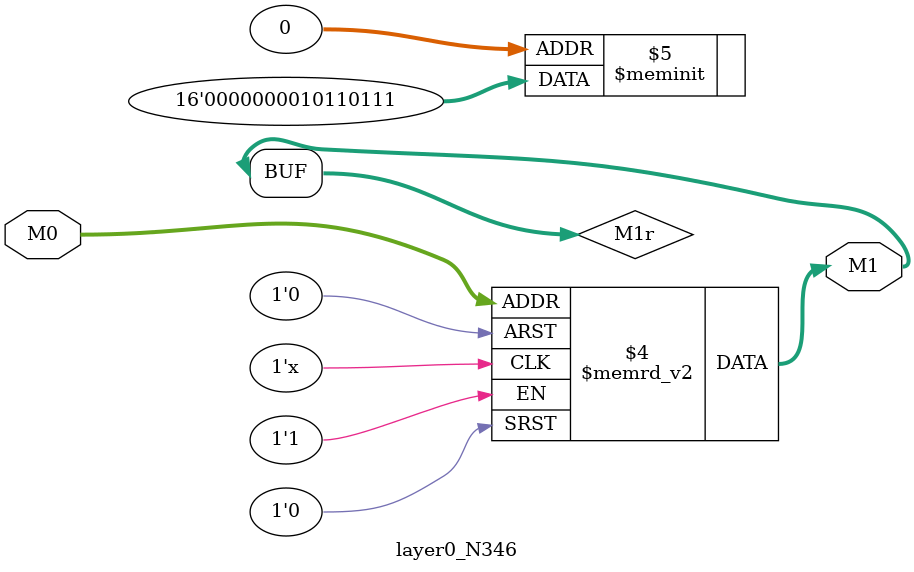
<source format=v>
module layer0_N346 ( input [2:0] M0, output [1:0] M1 );

	(*rom_style = "distributed" *) reg [1:0] M1r;
	assign M1 = M1r;
	always @ (M0) begin
		case (M0)
			3'b000: M1r = 2'b11;
			3'b100: M1r = 2'b00;
			3'b010: M1r = 2'b11;
			3'b110: M1r = 2'b00;
			3'b001: M1r = 2'b01;
			3'b101: M1r = 2'b00;
			3'b011: M1r = 2'b10;
			3'b111: M1r = 2'b00;

		endcase
	end
endmodule

</source>
